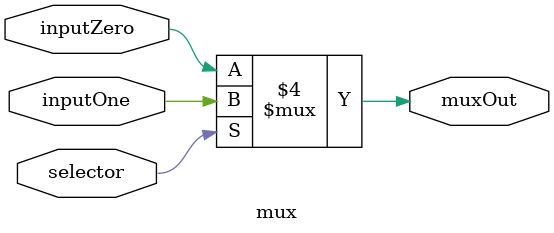
<source format=sv>
module mux(
    input logic         inputOne,
    input logic         inputZero,
    input logic         selector,
    output logic        muxOut
);

always_comb
    if (selector == 1'b1) muxOut = inputOne;
    else muxOut = inputZero;

endmodule
</source>
